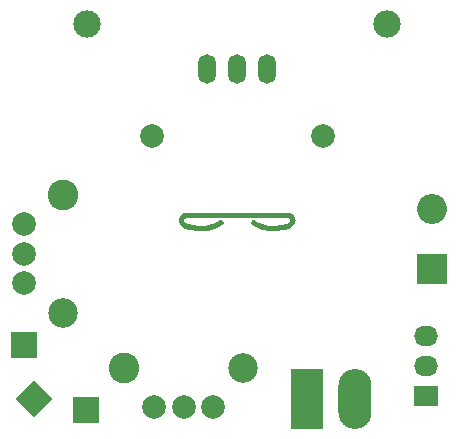
<source format=gbs>
G04 #@! TF.FileFunction,Soldermask,Bot*
%FSLAX46Y46*%
G04 Gerber Fmt 4.6, Leading zero omitted, Abs format (unit mm)*
G04 Created by KiCad (PCBNEW (2015-01-16 BZR 5376)-product) date 2-3-2015 10:33:56*
%MOMM*%
G01*
G04 APERTURE LIST*
%ADD10C,0.100000*%
%ADD11C,1.998980*%
%ADD12R,2.794000X5.080000*%
%ADD13O,2.794000X5.080000*%
%ADD14C,2.311400*%
%ADD15R,2.032000X1.727200*%
%ADD16O,2.032000X1.727200*%
%ADD17C,2.000000*%
%ADD18C,2.500000*%
%ADD19C,2.600000*%
%ADD20R,2.540000X2.540000*%
%ADD21O,2.540000X2.540000*%
%ADD22R,2.235200X2.235200*%
%ADD23O,1.501140X2.499360*%
G04 APERTURE END LIST*
D10*
G36*
X130032196Y-65735603D02*
X130224842Y-65729378D01*
X130472899Y-65710334D01*
X130700865Y-65684746D01*
X130908608Y-65652638D01*
X131095998Y-65614033D01*
X131262903Y-65568953D01*
X131396154Y-65522605D01*
X131520654Y-65465347D01*
X131629091Y-65398005D01*
X131720444Y-65321564D01*
X131793689Y-65237003D01*
X131847804Y-65145306D01*
X131878831Y-65059321D01*
X131887590Y-65009368D01*
X131892754Y-64945458D01*
X131894290Y-64875048D01*
X131892167Y-64805595D01*
X131886351Y-64744557D01*
X131880330Y-64711900D01*
X131850921Y-64625442D01*
X131805829Y-64548615D01*
X131749583Y-64483496D01*
X131666386Y-64415103D01*
X131565442Y-64359100D01*
X131446858Y-64315533D01*
X131310742Y-64284445D01*
X131238761Y-64273913D01*
X131219654Y-64272904D01*
X131179759Y-64271936D01*
X131119995Y-64271011D01*
X131041284Y-64270127D01*
X130944546Y-64269286D01*
X130830701Y-64268487D01*
X130700670Y-64267730D01*
X130555374Y-64267015D01*
X130395733Y-64266343D01*
X130222668Y-64265713D01*
X130037099Y-64265125D01*
X129839948Y-64264581D01*
X129632134Y-64264079D01*
X129414578Y-64263620D01*
X129188201Y-64263203D01*
X128953923Y-64262830D01*
X128712665Y-64262500D01*
X128465347Y-64262213D01*
X128212891Y-64261969D01*
X127956216Y-64261768D01*
X127696243Y-64261611D01*
X127433893Y-64261497D01*
X127170086Y-64261427D01*
X126905743Y-64261400D01*
X126641785Y-64261417D01*
X126379131Y-64261478D01*
X126118704Y-64261583D01*
X125861422Y-64261732D01*
X125608208Y-64261924D01*
X125359980Y-64262161D01*
X125117661Y-64262442D01*
X124882170Y-64262768D01*
X124654428Y-64263138D01*
X124435356Y-64263552D01*
X124225874Y-64264010D01*
X124026903Y-64264514D01*
X123839364Y-64265062D01*
X123664176Y-64265655D01*
X123502261Y-64266292D01*
X123354539Y-64266975D01*
X123221931Y-64267703D01*
X123105357Y-64268475D01*
X123005738Y-64269293D01*
X122923994Y-64270157D01*
X122861047Y-64271065D01*
X122817815Y-64272019D01*
X122795222Y-64273019D01*
X122793804Y-64273157D01*
X122646101Y-64296959D01*
X122515910Y-64332756D01*
X122403392Y-64380441D01*
X122308706Y-64439907D01*
X122232014Y-64511046D01*
X122173476Y-64593754D01*
X122133254Y-64687921D01*
X122124934Y-64717777D01*
X122114706Y-64779179D01*
X122110253Y-64852033D01*
X122111358Y-64928955D01*
X122117807Y-65002563D01*
X122129384Y-65065474D01*
X122135692Y-65086837D01*
X122175377Y-65177733D01*
X122229682Y-65260792D01*
X122299259Y-65336314D01*
X122384761Y-65404597D01*
X122486841Y-65465940D01*
X122606151Y-65520640D01*
X122743346Y-65568997D01*
X122899077Y-65611310D01*
X123073998Y-65647876D01*
X123268761Y-65678993D01*
X123484020Y-65704962D01*
X123488768Y-65705454D01*
X123723477Y-65725274D01*
X123942396Y-65734155D01*
X124148641Y-65731828D01*
X124345329Y-65718022D01*
X124535577Y-65692469D01*
X124722502Y-65654897D01*
X124909221Y-65605037D01*
X125008163Y-65573869D01*
X125109354Y-65537670D01*
X125211113Y-65496206D01*
X125311402Y-65450716D01*
X125408182Y-65402439D01*
X125499412Y-65352614D01*
X125583054Y-65302479D01*
X125657069Y-65253273D01*
X125719418Y-65206235D01*
X125768060Y-65162604D01*
X125800958Y-65123620D01*
X125816071Y-65090519D01*
X125816838Y-65082596D01*
X125807595Y-65052459D01*
X125782794Y-65017328D01*
X125746832Y-64980766D01*
X125704101Y-64946336D01*
X125658996Y-64917603D01*
X125615912Y-64898130D01*
X125581128Y-64891453D01*
X125552349Y-64899542D01*
X125510555Y-64923373D01*
X125472960Y-64950005D01*
X125340067Y-65039037D01*
X125189214Y-65120364D01*
X125023096Y-65192951D01*
X124844413Y-65255764D01*
X124655860Y-65307768D01*
X124460138Y-65347929D01*
X124416582Y-65355041D01*
X124343858Y-65363625D01*
X124253644Y-65369885D01*
X124150030Y-65373847D01*
X124037107Y-65375536D01*
X123918966Y-65374978D01*
X123799697Y-65372199D01*
X123683393Y-65367224D01*
X123574143Y-65360079D01*
X123476039Y-65350790D01*
X123461368Y-65349072D01*
X123266195Y-65322125D01*
X123092227Y-65290946D01*
X122939367Y-65255490D01*
X122807518Y-65215714D01*
X122696585Y-65171573D01*
X122606469Y-65123024D01*
X122537075Y-65070023D01*
X122488306Y-65012525D01*
X122460065Y-64950488D01*
X122452119Y-64890739D01*
X122461367Y-64825048D01*
X122488735Y-64768918D01*
X122534707Y-64721924D01*
X122599768Y-64683645D01*
X122684403Y-64653658D01*
X122738637Y-64640717D01*
X122747612Y-64638965D01*
X122757484Y-64637316D01*
X122768908Y-64635768D01*
X122782542Y-64634317D01*
X122799041Y-64632959D01*
X122819062Y-64631693D01*
X122843260Y-64630514D01*
X122872292Y-64629419D01*
X122906814Y-64628406D01*
X122947483Y-64627471D01*
X122994954Y-64626611D01*
X123049883Y-64625823D01*
X123112928Y-64625104D01*
X123184743Y-64624450D01*
X123265986Y-64623858D01*
X123357312Y-64623326D01*
X123459377Y-64622849D01*
X123572838Y-64622426D01*
X123698352Y-64622052D01*
X123836573Y-64621724D01*
X123988158Y-64621440D01*
X124153764Y-64621197D01*
X124334047Y-64620990D01*
X124529663Y-64620817D01*
X124741267Y-64620675D01*
X124969517Y-64620561D01*
X125215068Y-64620471D01*
X125478577Y-64620402D01*
X125760699Y-64620352D01*
X126062092Y-64620316D01*
X126383410Y-64620292D01*
X126725311Y-64620277D01*
X126983718Y-64620269D01*
X127344897Y-64620256D01*
X127685018Y-64620239D01*
X128004735Y-64620227D01*
X128304701Y-64620227D01*
X128585568Y-64620248D01*
X128847988Y-64620296D01*
X129092615Y-64620380D01*
X129320101Y-64620508D01*
X129531098Y-64620687D01*
X129726260Y-64620925D01*
X129906239Y-64621230D01*
X130071687Y-64621609D01*
X130223257Y-64622072D01*
X130361601Y-64622624D01*
X130487373Y-64623275D01*
X130601225Y-64624031D01*
X130703810Y-64624901D01*
X130795780Y-64625893D01*
X130877788Y-64627014D01*
X130950486Y-64628272D01*
X131014527Y-64629675D01*
X131070564Y-64631231D01*
X131119249Y-64632947D01*
X131161235Y-64634831D01*
X131197175Y-64636892D01*
X131227721Y-64639136D01*
X131253525Y-64641572D01*
X131275241Y-64644208D01*
X131293522Y-64647051D01*
X131309018Y-64650109D01*
X131322385Y-64653389D01*
X131334273Y-64656901D01*
X131345336Y-64660651D01*
X131356225Y-64664647D01*
X131367595Y-64668897D01*
X131378294Y-64672775D01*
X131447651Y-64703533D01*
X131497579Y-64741070D01*
X131529897Y-64787710D01*
X131546423Y-64845783D01*
X131549566Y-64891834D01*
X131541099Y-64956617D01*
X131514796Y-65016487D01*
X131470270Y-65071619D01*
X131407134Y-65122191D01*
X131325000Y-65168378D01*
X131223481Y-65210356D01*
X131102190Y-65248300D01*
X130960739Y-65282388D01*
X130798741Y-65312794D01*
X130615809Y-65339695D01*
X130544060Y-65348638D01*
X130447727Y-65358424D01*
X130340380Y-65366408D01*
X130226698Y-65372467D01*
X130111358Y-65376481D01*
X129999040Y-65378326D01*
X129894422Y-65377880D01*
X129802183Y-65375021D01*
X129729652Y-65369897D01*
X129583681Y-65350710D01*
X129429455Y-65322223D01*
X129276672Y-65286482D01*
X129135031Y-65245531D01*
X129126049Y-65242609D01*
X129034134Y-65209483D01*
X128935994Y-65168879D01*
X128836531Y-65123212D01*
X128740642Y-65074899D01*
X128653229Y-65026357D01*
X128579191Y-64980002D01*
X128546795Y-64956956D01*
X128497902Y-64922094D01*
X128459861Y-64901023D01*
X128427842Y-64892520D01*
X128397016Y-64895367D01*
X128362550Y-64908340D01*
X128359721Y-64909670D01*
X128331641Y-64926798D01*
X128296960Y-64953270D01*
X128260500Y-64984702D01*
X128227083Y-65016711D01*
X128201528Y-65044915D01*
X128188657Y-65064932D01*
X128188541Y-65065282D01*
X128189971Y-65095529D01*
X128210127Y-65131811D01*
X128247221Y-65173059D01*
X128299466Y-65218203D01*
X128365072Y-65266175D01*
X128442253Y-65315904D01*
X128529221Y-65366322D01*
X128624187Y-65416359D01*
X128725364Y-65464945D01*
X128830964Y-65511011D01*
X128939199Y-65553488D01*
X129048281Y-65591305D01*
X129089530Y-65604216D01*
X129312436Y-65661789D01*
X129546410Y-65703159D01*
X129787611Y-65727905D01*
X130032196Y-65735603D01*
X130032196Y-65735603D01*
X130032196Y-65735603D01*
G37*
X130032196Y-65735603D02*
X130224842Y-65729378D01*
X130472899Y-65710334D01*
X130700865Y-65684746D01*
X130908608Y-65652638D01*
X131095998Y-65614033D01*
X131262903Y-65568953D01*
X131396154Y-65522605D01*
X131520654Y-65465347D01*
X131629091Y-65398005D01*
X131720444Y-65321564D01*
X131793689Y-65237003D01*
X131847804Y-65145306D01*
X131878831Y-65059321D01*
X131887590Y-65009368D01*
X131892754Y-64945458D01*
X131894290Y-64875048D01*
X131892167Y-64805595D01*
X131886351Y-64744557D01*
X131880330Y-64711900D01*
X131850921Y-64625442D01*
X131805829Y-64548615D01*
X131749583Y-64483496D01*
X131666386Y-64415103D01*
X131565442Y-64359100D01*
X131446858Y-64315533D01*
X131310742Y-64284445D01*
X131238761Y-64273913D01*
X131219654Y-64272904D01*
X131179759Y-64271936D01*
X131119995Y-64271011D01*
X131041284Y-64270127D01*
X130944546Y-64269286D01*
X130830701Y-64268487D01*
X130700670Y-64267730D01*
X130555374Y-64267015D01*
X130395733Y-64266343D01*
X130222668Y-64265713D01*
X130037099Y-64265125D01*
X129839948Y-64264581D01*
X129632134Y-64264079D01*
X129414578Y-64263620D01*
X129188201Y-64263203D01*
X128953923Y-64262830D01*
X128712665Y-64262500D01*
X128465347Y-64262213D01*
X128212891Y-64261969D01*
X127956216Y-64261768D01*
X127696243Y-64261611D01*
X127433893Y-64261497D01*
X127170086Y-64261427D01*
X126905743Y-64261400D01*
X126641785Y-64261417D01*
X126379131Y-64261478D01*
X126118704Y-64261583D01*
X125861422Y-64261732D01*
X125608208Y-64261924D01*
X125359980Y-64262161D01*
X125117661Y-64262442D01*
X124882170Y-64262768D01*
X124654428Y-64263138D01*
X124435356Y-64263552D01*
X124225874Y-64264010D01*
X124026903Y-64264514D01*
X123839364Y-64265062D01*
X123664176Y-64265655D01*
X123502261Y-64266292D01*
X123354539Y-64266975D01*
X123221931Y-64267703D01*
X123105357Y-64268475D01*
X123005738Y-64269293D01*
X122923994Y-64270157D01*
X122861047Y-64271065D01*
X122817815Y-64272019D01*
X122795222Y-64273019D01*
X122793804Y-64273157D01*
X122646101Y-64296959D01*
X122515910Y-64332756D01*
X122403392Y-64380441D01*
X122308706Y-64439907D01*
X122232014Y-64511046D01*
X122173476Y-64593754D01*
X122133254Y-64687921D01*
X122124934Y-64717777D01*
X122114706Y-64779179D01*
X122110253Y-64852033D01*
X122111358Y-64928955D01*
X122117807Y-65002563D01*
X122129384Y-65065474D01*
X122135692Y-65086837D01*
X122175377Y-65177733D01*
X122229682Y-65260792D01*
X122299259Y-65336314D01*
X122384761Y-65404597D01*
X122486841Y-65465940D01*
X122606151Y-65520640D01*
X122743346Y-65568997D01*
X122899077Y-65611310D01*
X123073998Y-65647876D01*
X123268761Y-65678993D01*
X123484020Y-65704962D01*
X123488768Y-65705454D01*
X123723477Y-65725274D01*
X123942396Y-65734155D01*
X124148641Y-65731828D01*
X124345329Y-65718022D01*
X124535577Y-65692469D01*
X124722502Y-65654897D01*
X124909221Y-65605037D01*
X125008163Y-65573869D01*
X125109354Y-65537670D01*
X125211113Y-65496206D01*
X125311402Y-65450716D01*
X125408182Y-65402439D01*
X125499412Y-65352614D01*
X125583054Y-65302479D01*
X125657069Y-65253273D01*
X125719418Y-65206235D01*
X125768060Y-65162604D01*
X125800958Y-65123620D01*
X125816071Y-65090519D01*
X125816838Y-65082596D01*
X125807595Y-65052459D01*
X125782794Y-65017328D01*
X125746832Y-64980766D01*
X125704101Y-64946336D01*
X125658996Y-64917603D01*
X125615912Y-64898130D01*
X125581128Y-64891453D01*
X125552349Y-64899542D01*
X125510555Y-64923373D01*
X125472960Y-64950005D01*
X125340067Y-65039037D01*
X125189214Y-65120364D01*
X125023096Y-65192951D01*
X124844413Y-65255764D01*
X124655860Y-65307768D01*
X124460138Y-65347929D01*
X124416582Y-65355041D01*
X124343858Y-65363625D01*
X124253644Y-65369885D01*
X124150030Y-65373847D01*
X124037107Y-65375536D01*
X123918966Y-65374978D01*
X123799697Y-65372199D01*
X123683393Y-65367224D01*
X123574143Y-65360079D01*
X123476039Y-65350790D01*
X123461368Y-65349072D01*
X123266195Y-65322125D01*
X123092227Y-65290946D01*
X122939367Y-65255490D01*
X122807518Y-65215714D01*
X122696585Y-65171573D01*
X122606469Y-65123024D01*
X122537075Y-65070023D01*
X122488306Y-65012525D01*
X122460065Y-64950488D01*
X122452119Y-64890739D01*
X122461367Y-64825048D01*
X122488735Y-64768918D01*
X122534707Y-64721924D01*
X122599768Y-64683645D01*
X122684403Y-64653658D01*
X122738637Y-64640717D01*
X122747612Y-64638965D01*
X122757484Y-64637316D01*
X122768908Y-64635768D01*
X122782542Y-64634317D01*
X122799041Y-64632959D01*
X122819062Y-64631693D01*
X122843260Y-64630514D01*
X122872292Y-64629419D01*
X122906814Y-64628406D01*
X122947483Y-64627471D01*
X122994954Y-64626611D01*
X123049883Y-64625823D01*
X123112928Y-64625104D01*
X123184743Y-64624450D01*
X123265986Y-64623858D01*
X123357312Y-64623326D01*
X123459377Y-64622849D01*
X123572838Y-64622426D01*
X123698352Y-64622052D01*
X123836573Y-64621724D01*
X123988158Y-64621440D01*
X124153764Y-64621197D01*
X124334047Y-64620990D01*
X124529663Y-64620817D01*
X124741267Y-64620675D01*
X124969517Y-64620561D01*
X125215068Y-64620471D01*
X125478577Y-64620402D01*
X125760699Y-64620352D01*
X126062092Y-64620316D01*
X126383410Y-64620292D01*
X126725311Y-64620277D01*
X126983718Y-64620269D01*
X127344897Y-64620256D01*
X127685018Y-64620239D01*
X128004735Y-64620227D01*
X128304701Y-64620227D01*
X128585568Y-64620248D01*
X128847988Y-64620296D01*
X129092615Y-64620380D01*
X129320101Y-64620508D01*
X129531098Y-64620687D01*
X129726260Y-64620925D01*
X129906239Y-64621230D01*
X130071687Y-64621609D01*
X130223257Y-64622072D01*
X130361601Y-64622624D01*
X130487373Y-64623275D01*
X130601225Y-64624031D01*
X130703810Y-64624901D01*
X130795780Y-64625893D01*
X130877788Y-64627014D01*
X130950486Y-64628272D01*
X131014527Y-64629675D01*
X131070564Y-64631231D01*
X131119249Y-64632947D01*
X131161235Y-64634831D01*
X131197175Y-64636892D01*
X131227721Y-64639136D01*
X131253525Y-64641572D01*
X131275241Y-64644208D01*
X131293522Y-64647051D01*
X131309018Y-64650109D01*
X131322385Y-64653389D01*
X131334273Y-64656901D01*
X131345336Y-64660651D01*
X131356225Y-64664647D01*
X131367595Y-64668897D01*
X131378294Y-64672775D01*
X131447651Y-64703533D01*
X131497579Y-64741070D01*
X131529897Y-64787710D01*
X131546423Y-64845783D01*
X131549566Y-64891834D01*
X131541099Y-64956617D01*
X131514796Y-65016487D01*
X131470270Y-65071619D01*
X131407134Y-65122191D01*
X131325000Y-65168378D01*
X131223481Y-65210356D01*
X131102190Y-65248300D01*
X130960739Y-65282388D01*
X130798741Y-65312794D01*
X130615809Y-65339695D01*
X130544060Y-65348638D01*
X130447727Y-65358424D01*
X130340380Y-65366408D01*
X130226698Y-65372467D01*
X130111358Y-65376481D01*
X129999040Y-65378326D01*
X129894422Y-65377880D01*
X129802183Y-65375021D01*
X129729652Y-65369897D01*
X129583681Y-65350710D01*
X129429455Y-65322223D01*
X129276672Y-65286482D01*
X129135031Y-65245531D01*
X129126049Y-65242609D01*
X129034134Y-65209483D01*
X128935994Y-65168879D01*
X128836531Y-65123212D01*
X128740642Y-65074899D01*
X128653229Y-65026357D01*
X128579191Y-64980002D01*
X128546795Y-64956956D01*
X128497902Y-64922094D01*
X128459861Y-64901023D01*
X128427842Y-64892520D01*
X128397016Y-64895367D01*
X128362550Y-64908340D01*
X128359721Y-64909670D01*
X128331641Y-64926798D01*
X128296960Y-64953270D01*
X128260500Y-64984702D01*
X128227083Y-65016711D01*
X128201528Y-65044915D01*
X128188657Y-65064932D01*
X128188541Y-65065282D01*
X128189971Y-65095529D01*
X128210127Y-65131811D01*
X128247221Y-65173059D01*
X128299466Y-65218203D01*
X128365072Y-65266175D01*
X128442253Y-65315904D01*
X128529221Y-65366322D01*
X128624187Y-65416359D01*
X128725364Y-65464945D01*
X128830964Y-65511011D01*
X128939199Y-65553488D01*
X129048281Y-65591305D01*
X129089530Y-65604216D01*
X129312436Y-65661789D01*
X129546410Y-65703159D01*
X129787611Y-65727905D01*
X130032196Y-65735603D01*
X130032196Y-65735603D01*
D11*
X119800000Y-57800000D03*
X134300000Y-57800000D03*
D12*
X132968000Y-80000000D03*
D13*
X137032000Y-80000000D03*
D14*
X114300000Y-48260000D03*
X139700000Y-48260000D03*
D15*
X143000000Y-79790000D03*
D16*
X143000000Y-77250000D03*
X143000000Y-74710000D03*
D17*
X109000000Y-70250000D03*
X109000000Y-67750000D03*
X109000000Y-65250000D03*
D18*
X112300000Y-72750000D03*
D19*
X112300000Y-62750000D03*
D17*
X125000000Y-80750000D03*
X122500000Y-80750000D03*
X120000000Y-80750000D03*
D18*
X127500000Y-77450000D03*
D19*
X117500000Y-77450000D03*
D20*
X143500000Y-69040000D03*
D21*
X143500000Y-63960000D03*
D22*
X109000000Y-75500000D03*
X114250000Y-81000000D03*
D10*
G36*
X111380525Y-80000000D02*
X109800000Y-81580525D01*
X108219475Y-80000000D01*
X109800000Y-78419475D01*
X111380525Y-80000000D01*
X111380525Y-80000000D01*
G37*
D23*
X127000000Y-52070000D03*
X124460000Y-52070000D03*
X129540000Y-52070000D03*
M02*

</source>
